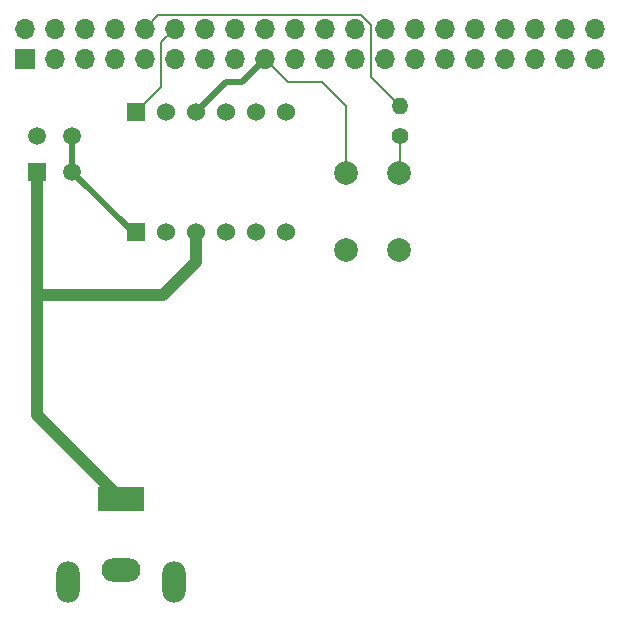
<source format=gtl>
G04 #@! TF.GenerationSoftware,KiCad,Pcbnew,5.1.10-88a1d61d58~88~ubuntu20.04.1*
G04 #@! TF.CreationDate,2021-06-08T22:25:17-06:00*
G04 #@! TF.ProjectId,raspberrypi-led-hat-2,72617370-6265-4727-9279-70692d6c6564,rev?*
G04 #@! TF.SameCoordinates,Original*
G04 #@! TF.FileFunction,Copper,L1,Top*
G04 #@! TF.FilePolarity,Positive*
%FSLAX46Y46*%
G04 Gerber Fmt 4.6, Leading zero omitted, Abs format (unit mm)*
G04 Created by KiCad (PCBNEW 5.1.10-88a1d61d58~88~ubuntu20.04.1) date 2021-06-08 22:25:17*
%MOMM*%
%LPD*%
G01*
G04 APERTURE LIST*
G04 #@! TA.AperFunction,ComponentPad*
%ADD10O,1.400000X1.400000*%
G04 #@! TD*
G04 #@! TA.AperFunction,ComponentPad*
%ADD11C,1.400000*%
G04 #@! TD*
G04 #@! TA.AperFunction,ComponentPad*
%ADD12C,1.524000*%
G04 #@! TD*
G04 #@! TA.AperFunction,ComponentPad*
%ADD13R,1.524000X1.524000*%
G04 #@! TD*
G04 #@! TA.AperFunction,ComponentPad*
%ADD14C,2.000000*%
G04 #@! TD*
G04 #@! TA.AperFunction,ComponentPad*
%ADD15C,1.520000*%
G04 #@! TD*
G04 #@! TA.AperFunction,ComponentPad*
%ADD16R,1.520000X1.520000*%
G04 #@! TD*
G04 #@! TA.AperFunction,ComponentPad*
%ADD17O,2.000000X3.500000*%
G04 #@! TD*
G04 #@! TA.AperFunction,ComponentPad*
%ADD18O,3.300000X2.000000*%
G04 #@! TD*
G04 #@! TA.AperFunction,ComponentPad*
%ADD19R,4.000000X2.000000*%
G04 #@! TD*
G04 #@! TA.AperFunction,ComponentPad*
%ADD20R,1.700000X1.700000*%
G04 #@! TD*
G04 #@! TA.AperFunction,ComponentPad*
%ADD21O,1.700000X1.700000*%
G04 #@! TD*
G04 #@! TA.AperFunction,Conductor*
%ADD22C,0.200000*%
G04 #@! TD*
G04 #@! TA.AperFunction,Conductor*
%ADD23C,0.500000*%
G04 #@! TD*
G04 #@! TA.AperFunction,Conductor*
%ADD24C,1.000000*%
G04 #@! TD*
G04 APERTURE END LIST*
D10*
X240132000Y-102756000D03*
D11*
X240132000Y-105296000D03*
D12*
X230480000Y-113424000D03*
X227940000Y-113424000D03*
X225400000Y-113424000D03*
X222860000Y-113424000D03*
X220320000Y-113424000D03*
D13*
X217780000Y-113424000D03*
D12*
X230480000Y-103264000D03*
X227940000Y-103264000D03*
X225400000Y-103264000D03*
X222860000Y-103264000D03*
X220320000Y-103264000D03*
D13*
X217780000Y-103264000D03*
D14*
X235560000Y-108448000D03*
X240060000Y-108448000D03*
X235560000Y-114948000D03*
X240060000Y-114948000D03*
D15*
X212399998Y-105320001D03*
X212399998Y-108320000D03*
X209399999Y-105320001D03*
D16*
X209399999Y-108320000D03*
D17*
X221010000Y-143030000D03*
X212010000Y-143030000D03*
D18*
X216510000Y-142030000D03*
D19*
X216510000Y-136030000D03*
D20*
X208370000Y-98770000D03*
D21*
X208370000Y-96230000D03*
X210910000Y-98770000D03*
X210910000Y-96230000D03*
X213450000Y-98770000D03*
X213450000Y-96230000D03*
X215990000Y-98770000D03*
X215990000Y-96230000D03*
X218530000Y-98770000D03*
X218530000Y-96230000D03*
X221070000Y-98770000D03*
X221070000Y-96230000D03*
X223610000Y-98770000D03*
X223610000Y-96230000D03*
X226150000Y-98770000D03*
X226150000Y-96230000D03*
X228690000Y-98770000D03*
X228690000Y-96230000D03*
X231230000Y-98770000D03*
X231230000Y-96230000D03*
X233770000Y-98770000D03*
X233770000Y-96230000D03*
X236310000Y-98770000D03*
X236310000Y-96230000D03*
X238850000Y-98770000D03*
X238850000Y-96230000D03*
X241390000Y-98770000D03*
X241390000Y-96230000D03*
X243930000Y-98770000D03*
X243930000Y-96230000D03*
X246470000Y-98770000D03*
X246470000Y-96230000D03*
X249010000Y-98770000D03*
X249010000Y-96230000D03*
X251550000Y-98770000D03*
X251550000Y-96230000D03*
X254090000Y-98770000D03*
X254090000Y-96230000D03*
X256630000Y-98770000D03*
X256630000Y-96230000D03*
D22*
X228690000Y-98770000D02*
X230644000Y-100724000D01*
X230644000Y-100724000D02*
X233528000Y-100724000D01*
X235560000Y-102756000D02*
X235560000Y-108448000D01*
X233528000Y-100724000D02*
X235560000Y-102756000D01*
D23*
X228690000Y-98770000D02*
X226736000Y-100724000D01*
X225400000Y-100724000D02*
X222860000Y-103264000D01*
X226736000Y-100724000D02*
X225400000Y-100724000D01*
D24*
X209399999Y-128919999D02*
X216510000Y-136030000D01*
X209399999Y-108320000D02*
X209399999Y-113679999D01*
X209399999Y-118759999D02*
X209399999Y-128919999D01*
X209399999Y-113679999D02*
X209399999Y-118759999D01*
X222860000Y-113424000D02*
X222860000Y-115964000D01*
X220064001Y-118759999D02*
X209399999Y-118759999D01*
X222860000Y-115964000D02*
X220064001Y-118759999D01*
D22*
X237699999Y-100323999D02*
X240132000Y-102756000D01*
X237699999Y-95917997D02*
X237699999Y-100323999D01*
X219680001Y-95079999D02*
X236862001Y-95079999D01*
X236862001Y-95079999D02*
X237699999Y-95917997D01*
X218530000Y-96230000D02*
X219680001Y-95079999D01*
X219919999Y-97380001D02*
X221070000Y-96230000D01*
X219919999Y-101124001D02*
X219919999Y-97380001D01*
X217780000Y-103264000D02*
X219919999Y-101124001D01*
D23*
X212399998Y-108320000D02*
X212399998Y-105320001D01*
D22*
X217503998Y-113424000D02*
X217780000Y-113424000D01*
D23*
X212399998Y-108320000D02*
X217503998Y-113424000D01*
D22*
X240132000Y-108376000D02*
X240060000Y-108448000D01*
X240132000Y-105296000D02*
X240132000Y-108376000D01*
M02*

</source>
